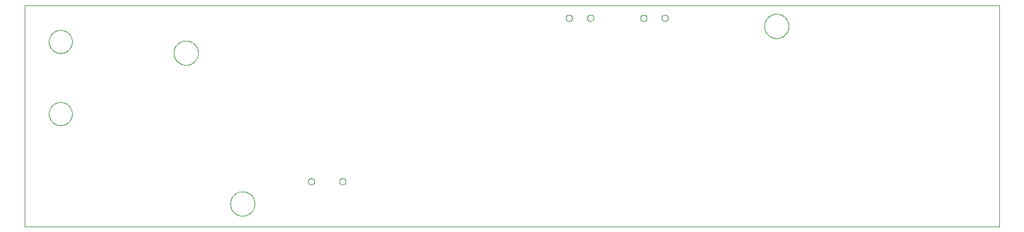
<source format=gko>
G75*
%MOIN*%
%OFA0B0*%
%FSLAX25Y25*%
%IPPOS*%
%LPD*%
%AMOC8*
5,1,8,0,0,1.08239X$1,22.5*
%
%ADD10C,0.00000*%
D10*
X0013400Y0004100D02*
X0013400Y0126551D01*
X0553321Y0126551D01*
X0553321Y0004100D01*
X0013400Y0004100D01*
X0127394Y0016745D02*
X0127396Y0016911D01*
X0127402Y0017076D01*
X0127412Y0017242D01*
X0127427Y0017407D01*
X0127445Y0017571D01*
X0127467Y0017735D01*
X0127493Y0017899D01*
X0127524Y0018062D01*
X0127558Y0018224D01*
X0127596Y0018385D01*
X0127639Y0018545D01*
X0127685Y0018704D01*
X0127735Y0018862D01*
X0127789Y0019019D01*
X0127846Y0019174D01*
X0127908Y0019328D01*
X0127973Y0019480D01*
X0128042Y0019631D01*
X0128115Y0019780D01*
X0128191Y0019927D01*
X0128271Y0020072D01*
X0128354Y0020215D01*
X0128441Y0020356D01*
X0128532Y0020495D01*
X0128625Y0020632D01*
X0128722Y0020766D01*
X0128823Y0020898D01*
X0128926Y0021027D01*
X0129033Y0021154D01*
X0129143Y0021278D01*
X0129255Y0021399D01*
X0129371Y0021518D01*
X0129490Y0021634D01*
X0129611Y0021746D01*
X0129735Y0021856D01*
X0129862Y0021963D01*
X0129991Y0022066D01*
X0130123Y0022167D01*
X0130257Y0022264D01*
X0130394Y0022357D01*
X0130533Y0022448D01*
X0130674Y0022535D01*
X0130817Y0022618D01*
X0130962Y0022698D01*
X0131109Y0022774D01*
X0131258Y0022847D01*
X0131409Y0022916D01*
X0131561Y0022981D01*
X0131715Y0023043D01*
X0131870Y0023100D01*
X0132027Y0023154D01*
X0132185Y0023204D01*
X0132344Y0023250D01*
X0132504Y0023293D01*
X0132665Y0023331D01*
X0132827Y0023365D01*
X0132990Y0023396D01*
X0133154Y0023422D01*
X0133318Y0023444D01*
X0133482Y0023462D01*
X0133647Y0023477D01*
X0133813Y0023487D01*
X0133978Y0023493D01*
X0134144Y0023495D01*
X0134310Y0023493D01*
X0134475Y0023487D01*
X0134641Y0023477D01*
X0134806Y0023462D01*
X0134970Y0023444D01*
X0135134Y0023422D01*
X0135298Y0023396D01*
X0135461Y0023365D01*
X0135623Y0023331D01*
X0135784Y0023293D01*
X0135944Y0023250D01*
X0136103Y0023204D01*
X0136261Y0023154D01*
X0136418Y0023100D01*
X0136573Y0023043D01*
X0136727Y0022981D01*
X0136879Y0022916D01*
X0137030Y0022847D01*
X0137179Y0022774D01*
X0137326Y0022698D01*
X0137471Y0022618D01*
X0137614Y0022535D01*
X0137755Y0022448D01*
X0137894Y0022357D01*
X0138031Y0022264D01*
X0138165Y0022167D01*
X0138297Y0022066D01*
X0138426Y0021963D01*
X0138553Y0021856D01*
X0138677Y0021746D01*
X0138798Y0021634D01*
X0138917Y0021518D01*
X0139033Y0021399D01*
X0139145Y0021278D01*
X0139255Y0021154D01*
X0139362Y0021027D01*
X0139465Y0020898D01*
X0139566Y0020766D01*
X0139663Y0020632D01*
X0139756Y0020495D01*
X0139847Y0020356D01*
X0139934Y0020215D01*
X0140017Y0020072D01*
X0140097Y0019927D01*
X0140173Y0019780D01*
X0140246Y0019631D01*
X0140315Y0019480D01*
X0140380Y0019328D01*
X0140442Y0019174D01*
X0140499Y0019019D01*
X0140553Y0018862D01*
X0140603Y0018704D01*
X0140649Y0018545D01*
X0140692Y0018385D01*
X0140730Y0018224D01*
X0140764Y0018062D01*
X0140795Y0017899D01*
X0140821Y0017735D01*
X0140843Y0017571D01*
X0140861Y0017407D01*
X0140876Y0017242D01*
X0140886Y0017076D01*
X0140892Y0016911D01*
X0140894Y0016745D01*
X0140892Y0016579D01*
X0140886Y0016414D01*
X0140876Y0016248D01*
X0140861Y0016083D01*
X0140843Y0015919D01*
X0140821Y0015755D01*
X0140795Y0015591D01*
X0140764Y0015428D01*
X0140730Y0015266D01*
X0140692Y0015105D01*
X0140649Y0014945D01*
X0140603Y0014786D01*
X0140553Y0014628D01*
X0140499Y0014471D01*
X0140442Y0014316D01*
X0140380Y0014162D01*
X0140315Y0014010D01*
X0140246Y0013859D01*
X0140173Y0013710D01*
X0140097Y0013563D01*
X0140017Y0013418D01*
X0139934Y0013275D01*
X0139847Y0013134D01*
X0139756Y0012995D01*
X0139663Y0012858D01*
X0139566Y0012724D01*
X0139465Y0012592D01*
X0139362Y0012463D01*
X0139255Y0012336D01*
X0139145Y0012212D01*
X0139033Y0012091D01*
X0138917Y0011972D01*
X0138798Y0011856D01*
X0138677Y0011744D01*
X0138553Y0011634D01*
X0138426Y0011527D01*
X0138297Y0011424D01*
X0138165Y0011323D01*
X0138031Y0011226D01*
X0137894Y0011133D01*
X0137755Y0011042D01*
X0137614Y0010955D01*
X0137471Y0010872D01*
X0137326Y0010792D01*
X0137179Y0010716D01*
X0137030Y0010643D01*
X0136879Y0010574D01*
X0136727Y0010509D01*
X0136573Y0010447D01*
X0136418Y0010390D01*
X0136261Y0010336D01*
X0136103Y0010286D01*
X0135944Y0010240D01*
X0135784Y0010197D01*
X0135623Y0010159D01*
X0135461Y0010125D01*
X0135298Y0010094D01*
X0135134Y0010068D01*
X0134970Y0010046D01*
X0134806Y0010028D01*
X0134641Y0010013D01*
X0134475Y0010003D01*
X0134310Y0009997D01*
X0134144Y0009995D01*
X0133978Y0009997D01*
X0133813Y0010003D01*
X0133647Y0010013D01*
X0133482Y0010028D01*
X0133318Y0010046D01*
X0133154Y0010068D01*
X0132990Y0010094D01*
X0132827Y0010125D01*
X0132665Y0010159D01*
X0132504Y0010197D01*
X0132344Y0010240D01*
X0132185Y0010286D01*
X0132027Y0010336D01*
X0131870Y0010390D01*
X0131715Y0010447D01*
X0131561Y0010509D01*
X0131409Y0010574D01*
X0131258Y0010643D01*
X0131109Y0010716D01*
X0130962Y0010792D01*
X0130817Y0010872D01*
X0130674Y0010955D01*
X0130533Y0011042D01*
X0130394Y0011133D01*
X0130257Y0011226D01*
X0130123Y0011323D01*
X0129991Y0011424D01*
X0129862Y0011527D01*
X0129735Y0011634D01*
X0129611Y0011744D01*
X0129490Y0011856D01*
X0129371Y0011972D01*
X0129255Y0012091D01*
X0129143Y0012212D01*
X0129033Y0012336D01*
X0128926Y0012463D01*
X0128823Y0012592D01*
X0128722Y0012724D01*
X0128625Y0012858D01*
X0128532Y0012995D01*
X0128441Y0013134D01*
X0128354Y0013275D01*
X0128271Y0013418D01*
X0128191Y0013563D01*
X0128115Y0013710D01*
X0128042Y0013859D01*
X0127973Y0014010D01*
X0127908Y0014162D01*
X0127846Y0014316D01*
X0127789Y0014471D01*
X0127735Y0014628D01*
X0127685Y0014786D01*
X0127639Y0014945D01*
X0127596Y0015105D01*
X0127558Y0015266D01*
X0127524Y0015428D01*
X0127493Y0015591D01*
X0127467Y0015755D01*
X0127445Y0015919D01*
X0127427Y0016083D01*
X0127412Y0016248D01*
X0127402Y0016414D01*
X0127396Y0016579D01*
X0127394Y0016745D01*
X0170467Y0029100D02*
X0170469Y0029184D01*
X0170475Y0029267D01*
X0170485Y0029350D01*
X0170499Y0029433D01*
X0170516Y0029515D01*
X0170538Y0029596D01*
X0170563Y0029675D01*
X0170592Y0029754D01*
X0170625Y0029831D01*
X0170661Y0029906D01*
X0170701Y0029980D01*
X0170744Y0030052D01*
X0170791Y0030121D01*
X0170841Y0030188D01*
X0170894Y0030253D01*
X0170950Y0030315D01*
X0171008Y0030375D01*
X0171070Y0030432D01*
X0171134Y0030485D01*
X0171201Y0030536D01*
X0171270Y0030583D01*
X0171341Y0030628D01*
X0171414Y0030668D01*
X0171489Y0030705D01*
X0171566Y0030739D01*
X0171644Y0030769D01*
X0171723Y0030795D01*
X0171804Y0030818D01*
X0171886Y0030836D01*
X0171968Y0030851D01*
X0172051Y0030862D01*
X0172134Y0030869D01*
X0172218Y0030872D01*
X0172302Y0030871D01*
X0172385Y0030866D01*
X0172469Y0030857D01*
X0172551Y0030844D01*
X0172633Y0030828D01*
X0172714Y0030807D01*
X0172795Y0030783D01*
X0172873Y0030755D01*
X0172951Y0030723D01*
X0173027Y0030687D01*
X0173101Y0030648D01*
X0173173Y0030606D01*
X0173243Y0030560D01*
X0173311Y0030511D01*
X0173376Y0030459D01*
X0173439Y0030404D01*
X0173499Y0030346D01*
X0173557Y0030285D01*
X0173611Y0030221D01*
X0173663Y0030155D01*
X0173711Y0030087D01*
X0173756Y0030016D01*
X0173797Y0029943D01*
X0173836Y0029869D01*
X0173870Y0029793D01*
X0173901Y0029715D01*
X0173928Y0029636D01*
X0173952Y0029555D01*
X0173971Y0029474D01*
X0173987Y0029392D01*
X0173999Y0029309D01*
X0174007Y0029225D01*
X0174011Y0029142D01*
X0174011Y0029058D01*
X0174007Y0028975D01*
X0173999Y0028891D01*
X0173987Y0028808D01*
X0173971Y0028726D01*
X0173952Y0028645D01*
X0173928Y0028564D01*
X0173901Y0028485D01*
X0173870Y0028407D01*
X0173836Y0028331D01*
X0173797Y0028257D01*
X0173756Y0028184D01*
X0173711Y0028113D01*
X0173663Y0028045D01*
X0173611Y0027979D01*
X0173557Y0027915D01*
X0173499Y0027854D01*
X0173439Y0027796D01*
X0173376Y0027741D01*
X0173311Y0027689D01*
X0173243Y0027640D01*
X0173173Y0027594D01*
X0173101Y0027552D01*
X0173027Y0027513D01*
X0172951Y0027477D01*
X0172873Y0027445D01*
X0172795Y0027417D01*
X0172714Y0027393D01*
X0172633Y0027372D01*
X0172551Y0027356D01*
X0172469Y0027343D01*
X0172385Y0027334D01*
X0172302Y0027329D01*
X0172218Y0027328D01*
X0172134Y0027331D01*
X0172051Y0027338D01*
X0171968Y0027349D01*
X0171886Y0027364D01*
X0171804Y0027382D01*
X0171723Y0027405D01*
X0171644Y0027431D01*
X0171566Y0027461D01*
X0171489Y0027495D01*
X0171414Y0027532D01*
X0171341Y0027572D01*
X0171270Y0027617D01*
X0171201Y0027664D01*
X0171134Y0027715D01*
X0171070Y0027768D01*
X0171008Y0027825D01*
X0170950Y0027885D01*
X0170894Y0027947D01*
X0170841Y0028012D01*
X0170791Y0028079D01*
X0170744Y0028148D01*
X0170701Y0028220D01*
X0170661Y0028294D01*
X0170625Y0028369D01*
X0170592Y0028446D01*
X0170563Y0028525D01*
X0170538Y0028604D01*
X0170516Y0028685D01*
X0170499Y0028767D01*
X0170485Y0028850D01*
X0170475Y0028933D01*
X0170469Y0029016D01*
X0170467Y0029100D01*
X0187789Y0029100D02*
X0187791Y0029184D01*
X0187797Y0029267D01*
X0187807Y0029350D01*
X0187821Y0029433D01*
X0187838Y0029515D01*
X0187860Y0029596D01*
X0187885Y0029675D01*
X0187914Y0029754D01*
X0187947Y0029831D01*
X0187983Y0029906D01*
X0188023Y0029980D01*
X0188066Y0030052D01*
X0188113Y0030121D01*
X0188163Y0030188D01*
X0188216Y0030253D01*
X0188272Y0030315D01*
X0188330Y0030375D01*
X0188392Y0030432D01*
X0188456Y0030485D01*
X0188523Y0030536D01*
X0188592Y0030583D01*
X0188663Y0030628D01*
X0188736Y0030668D01*
X0188811Y0030705D01*
X0188888Y0030739D01*
X0188966Y0030769D01*
X0189045Y0030795D01*
X0189126Y0030818D01*
X0189208Y0030836D01*
X0189290Y0030851D01*
X0189373Y0030862D01*
X0189456Y0030869D01*
X0189540Y0030872D01*
X0189624Y0030871D01*
X0189707Y0030866D01*
X0189791Y0030857D01*
X0189873Y0030844D01*
X0189955Y0030828D01*
X0190036Y0030807D01*
X0190117Y0030783D01*
X0190195Y0030755D01*
X0190273Y0030723D01*
X0190349Y0030687D01*
X0190423Y0030648D01*
X0190495Y0030606D01*
X0190565Y0030560D01*
X0190633Y0030511D01*
X0190698Y0030459D01*
X0190761Y0030404D01*
X0190821Y0030346D01*
X0190879Y0030285D01*
X0190933Y0030221D01*
X0190985Y0030155D01*
X0191033Y0030087D01*
X0191078Y0030016D01*
X0191119Y0029943D01*
X0191158Y0029869D01*
X0191192Y0029793D01*
X0191223Y0029715D01*
X0191250Y0029636D01*
X0191274Y0029555D01*
X0191293Y0029474D01*
X0191309Y0029392D01*
X0191321Y0029309D01*
X0191329Y0029225D01*
X0191333Y0029142D01*
X0191333Y0029058D01*
X0191329Y0028975D01*
X0191321Y0028891D01*
X0191309Y0028808D01*
X0191293Y0028726D01*
X0191274Y0028645D01*
X0191250Y0028564D01*
X0191223Y0028485D01*
X0191192Y0028407D01*
X0191158Y0028331D01*
X0191119Y0028257D01*
X0191078Y0028184D01*
X0191033Y0028113D01*
X0190985Y0028045D01*
X0190933Y0027979D01*
X0190879Y0027915D01*
X0190821Y0027854D01*
X0190761Y0027796D01*
X0190698Y0027741D01*
X0190633Y0027689D01*
X0190565Y0027640D01*
X0190495Y0027594D01*
X0190423Y0027552D01*
X0190349Y0027513D01*
X0190273Y0027477D01*
X0190195Y0027445D01*
X0190117Y0027417D01*
X0190036Y0027393D01*
X0189955Y0027372D01*
X0189873Y0027356D01*
X0189791Y0027343D01*
X0189707Y0027334D01*
X0189624Y0027329D01*
X0189540Y0027328D01*
X0189456Y0027331D01*
X0189373Y0027338D01*
X0189290Y0027349D01*
X0189208Y0027364D01*
X0189126Y0027382D01*
X0189045Y0027405D01*
X0188966Y0027431D01*
X0188888Y0027461D01*
X0188811Y0027495D01*
X0188736Y0027532D01*
X0188663Y0027572D01*
X0188592Y0027617D01*
X0188523Y0027664D01*
X0188456Y0027715D01*
X0188392Y0027768D01*
X0188330Y0027825D01*
X0188272Y0027885D01*
X0188216Y0027947D01*
X0188163Y0028012D01*
X0188113Y0028079D01*
X0188066Y0028148D01*
X0188023Y0028220D01*
X0187983Y0028294D01*
X0187947Y0028369D01*
X0187914Y0028446D01*
X0187885Y0028525D01*
X0187860Y0028604D01*
X0187838Y0028685D01*
X0187821Y0028767D01*
X0187807Y0028850D01*
X0187797Y0028933D01*
X0187791Y0029016D01*
X0187789Y0029100D01*
X0027000Y0066600D02*
X0027002Y0066760D01*
X0027008Y0066919D01*
X0027018Y0067078D01*
X0027032Y0067237D01*
X0027050Y0067396D01*
X0027071Y0067554D01*
X0027097Y0067711D01*
X0027127Y0067868D01*
X0027160Y0068024D01*
X0027198Y0068179D01*
X0027239Y0068333D01*
X0027284Y0068486D01*
X0027333Y0068638D01*
X0027386Y0068789D01*
X0027442Y0068938D01*
X0027503Y0069086D01*
X0027566Y0069232D01*
X0027634Y0069377D01*
X0027705Y0069520D01*
X0027779Y0069661D01*
X0027857Y0069800D01*
X0027939Y0069937D01*
X0028024Y0070072D01*
X0028112Y0070205D01*
X0028204Y0070336D01*
X0028298Y0070464D01*
X0028396Y0070590D01*
X0028497Y0070714D01*
X0028601Y0070835D01*
X0028708Y0070953D01*
X0028818Y0071069D01*
X0028931Y0071182D01*
X0029047Y0071292D01*
X0029165Y0071399D01*
X0029286Y0071503D01*
X0029410Y0071604D01*
X0029536Y0071702D01*
X0029664Y0071796D01*
X0029795Y0071888D01*
X0029928Y0071976D01*
X0030063Y0072061D01*
X0030200Y0072143D01*
X0030339Y0072221D01*
X0030480Y0072295D01*
X0030623Y0072366D01*
X0030768Y0072434D01*
X0030914Y0072497D01*
X0031062Y0072558D01*
X0031211Y0072614D01*
X0031362Y0072667D01*
X0031514Y0072716D01*
X0031667Y0072761D01*
X0031821Y0072802D01*
X0031976Y0072840D01*
X0032132Y0072873D01*
X0032289Y0072903D01*
X0032446Y0072929D01*
X0032604Y0072950D01*
X0032763Y0072968D01*
X0032922Y0072982D01*
X0033081Y0072992D01*
X0033240Y0072998D01*
X0033400Y0073000D01*
X0033560Y0072998D01*
X0033719Y0072992D01*
X0033878Y0072982D01*
X0034037Y0072968D01*
X0034196Y0072950D01*
X0034354Y0072929D01*
X0034511Y0072903D01*
X0034668Y0072873D01*
X0034824Y0072840D01*
X0034979Y0072802D01*
X0035133Y0072761D01*
X0035286Y0072716D01*
X0035438Y0072667D01*
X0035589Y0072614D01*
X0035738Y0072558D01*
X0035886Y0072497D01*
X0036032Y0072434D01*
X0036177Y0072366D01*
X0036320Y0072295D01*
X0036461Y0072221D01*
X0036600Y0072143D01*
X0036737Y0072061D01*
X0036872Y0071976D01*
X0037005Y0071888D01*
X0037136Y0071796D01*
X0037264Y0071702D01*
X0037390Y0071604D01*
X0037514Y0071503D01*
X0037635Y0071399D01*
X0037753Y0071292D01*
X0037869Y0071182D01*
X0037982Y0071069D01*
X0038092Y0070953D01*
X0038199Y0070835D01*
X0038303Y0070714D01*
X0038404Y0070590D01*
X0038502Y0070464D01*
X0038596Y0070336D01*
X0038688Y0070205D01*
X0038776Y0070072D01*
X0038861Y0069937D01*
X0038943Y0069800D01*
X0039021Y0069661D01*
X0039095Y0069520D01*
X0039166Y0069377D01*
X0039234Y0069232D01*
X0039297Y0069086D01*
X0039358Y0068938D01*
X0039414Y0068789D01*
X0039467Y0068638D01*
X0039516Y0068486D01*
X0039561Y0068333D01*
X0039602Y0068179D01*
X0039640Y0068024D01*
X0039673Y0067868D01*
X0039703Y0067711D01*
X0039729Y0067554D01*
X0039750Y0067396D01*
X0039768Y0067237D01*
X0039782Y0067078D01*
X0039792Y0066919D01*
X0039798Y0066760D01*
X0039800Y0066600D01*
X0039798Y0066440D01*
X0039792Y0066281D01*
X0039782Y0066122D01*
X0039768Y0065963D01*
X0039750Y0065804D01*
X0039729Y0065646D01*
X0039703Y0065489D01*
X0039673Y0065332D01*
X0039640Y0065176D01*
X0039602Y0065021D01*
X0039561Y0064867D01*
X0039516Y0064714D01*
X0039467Y0064562D01*
X0039414Y0064411D01*
X0039358Y0064262D01*
X0039297Y0064114D01*
X0039234Y0063968D01*
X0039166Y0063823D01*
X0039095Y0063680D01*
X0039021Y0063539D01*
X0038943Y0063400D01*
X0038861Y0063263D01*
X0038776Y0063128D01*
X0038688Y0062995D01*
X0038596Y0062864D01*
X0038502Y0062736D01*
X0038404Y0062610D01*
X0038303Y0062486D01*
X0038199Y0062365D01*
X0038092Y0062247D01*
X0037982Y0062131D01*
X0037869Y0062018D01*
X0037753Y0061908D01*
X0037635Y0061801D01*
X0037514Y0061697D01*
X0037390Y0061596D01*
X0037264Y0061498D01*
X0037136Y0061404D01*
X0037005Y0061312D01*
X0036872Y0061224D01*
X0036737Y0061139D01*
X0036600Y0061057D01*
X0036461Y0060979D01*
X0036320Y0060905D01*
X0036177Y0060834D01*
X0036032Y0060766D01*
X0035886Y0060703D01*
X0035738Y0060642D01*
X0035589Y0060586D01*
X0035438Y0060533D01*
X0035286Y0060484D01*
X0035133Y0060439D01*
X0034979Y0060398D01*
X0034824Y0060360D01*
X0034668Y0060327D01*
X0034511Y0060297D01*
X0034354Y0060271D01*
X0034196Y0060250D01*
X0034037Y0060232D01*
X0033878Y0060218D01*
X0033719Y0060208D01*
X0033560Y0060202D01*
X0033400Y0060200D01*
X0033240Y0060202D01*
X0033081Y0060208D01*
X0032922Y0060218D01*
X0032763Y0060232D01*
X0032604Y0060250D01*
X0032446Y0060271D01*
X0032289Y0060297D01*
X0032132Y0060327D01*
X0031976Y0060360D01*
X0031821Y0060398D01*
X0031667Y0060439D01*
X0031514Y0060484D01*
X0031362Y0060533D01*
X0031211Y0060586D01*
X0031062Y0060642D01*
X0030914Y0060703D01*
X0030768Y0060766D01*
X0030623Y0060834D01*
X0030480Y0060905D01*
X0030339Y0060979D01*
X0030200Y0061057D01*
X0030063Y0061139D01*
X0029928Y0061224D01*
X0029795Y0061312D01*
X0029664Y0061404D01*
X0029536Y0061498D01*
X0029410Y0061596D01*
X0029286Y0061697D01*
X0029165Y0061801D01*
X0029047Y0061908D01*
X0028931Y0062018D01*
X0028818Y0062131D01*
X0028708Y0062247D01*
X0028601Y0062365D01*
X0028497Y0062486D01*
X0028396Y0062610D01*
X0028298Y0062736D01*
X0028204Y0062864D01*
X0028112Y0062995D01*
X0028024Y0063128D01*
X0027939Y0063263D01*
X0027857Y0063400D01*
X0027779Y0063539D01*
X0027705Y0063680D01*
X0027634Y0063823D01*
X0027566Y0063968D01*
X0027503Y0064114D01*
X0027442Y0064262D01*
X0027386Y0064411D01*
X0027333Y0064562D01*
X0027284Y0064714D01*
X0027239Y0064867D01*
X0027198Y0065021D01*
X0027160Y0065176D01*
X0027127Y0065332D01*
X0027097Y0065489D01*
X0027071Y0065646D01*
X0027050Y0065804D01*
X0027032Y0065963D01*
X0027018Y0066122D01*
X0027008Y0066281D01*
X0027002Y0066440D01*
X0027000Y0066600D01*
X0096069Y0100415D02*
X0096071Y0100581D01*
X0096077Y0100746D01*
X0096087Y0100912D01*
X0096102Y0101077D01*
X0096120Y0101241D01*
X0096142Y0101405D01*
X0096168Y0101569D01*
X0096199Y0101732D01*
X0096233Y0101894D01*
X0096271Y0102055D01*
X0096314Y0102215D01*
X0096360Y0102374D01*
X0096410Y0102532D01*
X0096464Y0102689D01*
X0096521Y0102844D01*
X0096583Y0102998D01*
X0096648Y0103150D01*
X0096717Y0103301D01*
X0096790Y0103450D01*
X0096866Y0103597D01*
X0096946Y0103742D01*
X0097029Y0103885D01*
X0097116Y0104026D01*
X0097207Y0104165D01*
X0097300Y0104302D01*
X0097397Y0104436D01*
X0097498Y0104568D01*
X0097601Y0104697D01*
X0097708Y0104824D01*
X0097818Y0104948D01*
X0097930Y0105069D01*
X0098046Y0105188D01*
X0098165Y0105304D01*
X0098286Y0105416D01*
X0098410Y0105526D01*
X0098537Y0105633D01*
X0098666Y0105736D01*
X0098798Y0105837D01*
X0098932Y0105934D01*
X0099069Y0106027D01*
X0099208Y0106118D01*
X0099349Y0106205D01*
X0099492Y0106288D01*
X0099637Y0106368D01*
X0099784Y0106444D01*
X0099933Y0106517D01*
X0100084Y0106586D01*
X0100236Y0106651D01*
X0100390Y0106713D01*
X0100545Y0106770D01*
X0100702Y0106824D01*
X0100860Y0106874D01*
X0101019Y0106920D01*
X0101179Y0106963D01*
X0101340Y0107001D01*
X0101502Y0107035D01*
X0101665Y0107066D01*
X0101829Y0107092D01*
X0101993Y0107114D01*
X0102157Y0107132D01*
X0102322Y0107147D01*
X0102488Y0107157D01*
X0102653Y0107163D01*
X0102819Y0107165D01*
X0102985Y0107163D01*
X0103150Y0107157D01*
X0103316Y0107147D01*
X0103481Y0107132D01*
X0103645Y0107114D01*
X0103809Y0107092D01*
X0103973Y0107066D01*
X0104136Y0107035D01*
X0104298Y0107001D01*
X0104459Y0106963D01*
X0104619Y0106920D01*
X0104778Y0106874D01*
X0104936Y0106824D01*
X0105093Y0106770D01*
X0105248Y0106713D01*
X0105402Y0106651D01*
X0105554Y0106586D01*
X0105705Y0106517D01*
X0105854Y0106444D01*
X0106001Y0106368D01*
X0106146Y0106288D01*
X0106289Y0106205D01*
X0106430Y0106118D01*
X0106569Y0106027D01*
X0106706Y0105934D01*
X0106840Y0105837D01*
X0106972Y0105736D01*
X0107101Y0105633D01*
X0107228Y0105526D01*
X0107352Y0105416D01*
X0107473Y0105304D01*
X0107592Y0105188D01*
X0107708Y0105069D01*
X0107820Y0104948D01*
X0107930Y0104824D01*
X0108037Y0104697D01*
X0108140Y0104568D01*
X0108241Y0104436D01*
X0108338Y0104302D01*
X0108431Y0104165D01*
X0108522Y0104026D01*
X0108609Y0103885D01*
X0108692Y0103742D01*
X0108772Y0103597D01*
X0108848Y0103450D01*
X0108921Y0103301D01*
X0108990Y0103150D01*
X0109055Y0102998D01*
X0109117Y0102844D01*
X0109174Y0102689D01*
X0109228Y0102532D01*
X0109278Y0102374D01*
X0109324Y0102215D01*
X0109367Y0102055D01*
X0109405Y0101894D01*
X0109439Y0101732D01*
X0109470Y0101569D01*
X0109496Y0101405D01*
X0109518Y0101241D01*
X0109536Y0101077D01*
X0109551Y0100912D01*
X0109561Y0100746D01*
X0109567Y0100581D01*
X0109569Y0100415D01*
X0109567Y0100249D01*
X0109561Y0100084D01*
X0109551Y0099918D01*
X0109536Y0099753D01*
X0109518Y0099589D01*
X0109496Y0099425D01*
X0109470Y0099261D01*
X0109439Y0099098D01*
X0109405Y0098936D01*
X0109367Y0098775D01*
X0109324Y0098615D01*
X0109278Y0098456D01*
X0109228Y0098298D01*
X0109174Y0098141D01*
X0109117Y0097986D01*
X0109055Y0097832D01*
X0108990Y0097680D01*
X0108921Y0097529D01*
X0108848Y0097380D01*
X0108772Y0097233D01*
X0108692Y0097088D01*
X0108609Y0096945D01*
X0108522Y0096804D01*
X0108431Y0096665D01*
X0108338Y0096528D01*
X0108241Y0096394D01*
X0108140Y0096262D01*
X0108037Y0096133D01*
X0107930Y0096006D01*
X0107820Y0095882D01*
X0107708Y0095761D01*
X0107592Y0095642D01*
X0107473Y0095526D01*
X0107352Y0095414D01*
X0107228Y0095304D01*
X0107101Y0095197D01*
X0106972Y0095094D01*
X0106840Y0094993D01*
X0106706Y0094896D01*
X0106569Y0094803D01*
X0106430Y0094712D01*
X0106289Y0094625D01*
X0106146Y0094542D01*
X0106001Y0094462D01*
X0105854Y0094386D01*
X0105705Y0094313D01*
X0105554Y0094244D01*
X0105402Y0094179D01*
X0105248Y0094117D01*
X0105093Y0094060D01*
X0104936Y0094006D01*
X0104778Y0093956D01*
X0104619Y0093910D01*
X0104459Y0093867D01*
X0104298Y0093829D01*
X0104136Y0093795D01*
X0103973Y0093764D01*
X0103809Y0093738D01*
X0103645Y0093716D01*
X0103481Y0093698D01*
X0103316Y0093683D01*
X0103150Y0093673D01*
X0102985Y0093667D01*
X0102819Y0093665D01*
X0102653Y0093667D01*
X0102488Y0093673D01*
X0102322Y0093683D01*
X0102157Y0093698D01*
X0101993Y0093716D01*
X0101829Y0093738D01*
X0101665Y0093764D01*
X0101502Y0093795D01*
X0101340Y0093829D01*
X0101179Y0093867D01*
X0101019Y0093910D01*
X0100860Y0093956D01*
X0100702Y0094006D01*
X0100545Y0094060D01*
X0100390Y0094117D01*
X0100236Y0094179D01*
X0100084Y0094244D01*
X0099933Y0094313D01*
X0099784Y0094386D01*
X0099637Y0094462D01*
X0099492Y0094542D01*
X0099349Y0094625D01*
X0099208Y0094712D01*
X0099069Y0094803D01*
X0098932Y0094896D01*
X0098798Y0094993D01*
X0098666Y0095094D01*
X0098537Y0095197D01*
X0098410Y0095304D01*
X0098286Y0095414D01*
X0098165Y0095526D01*
X0098046Y0095642D01*
X0097930Y0095761D01*
X0097818Y0095882D01*
X0097708Y0096006D01*
X0097601Y0096133D01*
X0097498Y0096262D01*
X0097397Y0096394D01*
X0097300Y0096528D01*
X0097207Y0096665D01*
X0097116Y0096804D01*
X0097029Y0096945D01*
X0096946Y0097088D01*
X0096866Y0097233D01*
X0096790Y0097380D01*
X0096717Y0097529D01*
X0096648Y0097680D01*
X0096583Y0097832D01*
X0096521Y0097986D01*
X0096464Y0098141D01*
X0096410Y0098298D01*
X0096360Y0098456D01*
X0096314Y0098615D01*
X0096271Y0098775D01*
X0096233Y0098936D01*
X0096199Y0099098D01*
X0096168Y0099261D01*
X0096142Y0099425D01*
X0096120Y0099589D01*
X0096102Y0099753D01*
X0096087Y0099918D01*
X0096077Y0100084D01*
X0096071Y0100249D01*
X0096069Y0100415D01*
X0027000Y0106600D02*
X0027002Y0106760D01*
X0027008Y0106919D01*
X0027018Y0107078D01*
X0027032Y0107237D01*
X0027050Y0107396D01*
X0027071Y0107554D01*
X0027097Y0107711D01*
X0027127Y0107868D01*
X0027160Y0108024D01*
X0027198Y0108179D01*
X0027239Y0108333D01*
X0027284Y0108486D01*
X0027333Y0108638D01*
X0027386Y0108789D01*
X0027442Y0108938D01*
X0027503Y0109086D01*
X0027566Y0109232D01*
X0027634Y0109377D01*
X0027705Y0109520D01*
X0027779Y0109661D01*
X0027857Y0109800D01*
X0027939Y0109937D01*
X0028024Y0110072D01*
X0028112Y0110205D01*
X0028204Y0110336D01*
X0028298Y0110464D01*
X0028396Y0110590D01*
X0028497Y0110714D01*
X0028601Y0110835D01*
X0028708Y0110953D01*
X0028818Y0111069D01*
X0028931Y0111182D01*
X0029047Y0111292D01*
X0029165Y0111399D01*
X0029286Y0111503D01*
X0029410Y0111604D01*
X0029536Y0111702D01*
X0029664Y0111796D01*
X0029795Y0111888D01*
X0029928Y0111976D01*
X0030063Y0112061D01*
X0030200Y0112143D01*
X0030339Y0112221D01*
X0030480Y0112295D01*
X0030623Y0112366D01*
X0030768Y0112434D01*
X0030914Y0112497D01*
X0031062Y0112558D01*
X0031211Y0112614D01*
X0031362Y0112667D01*
X0031514Y0112716D01*
X0031667Y0112761D01*
X0031821Y0112802D01*
X0031976Y0112840D01*
X0032132Y0112873D01*
X0032289Y0112903D01*
X0032446Y0112929D01*
X0032604Y0112950D01*
X0032763Y0112968D01*
X0032922Y0112982D01*
X0033081Y0112992D01*
X0033240Y0112998D01*
X0033400Y0113000D01*
X0033560Y0112998D01*
X0033719Y0112992D01*
X0033878Y0112982D01*
X0034037Y0112968D01*
X0034196Y0112950D01*
X0034354Y0112929D01*
X0034511Y0112903D01*
X0034668Y0112873D01*
X0034824Y0112840D01*
X0034979Y0112802D01*
X0035133Y0112761D01*
X0035286Y0112716D01*
X0035438Y0112667D01*
X0035589Y0112614D01*
X0035738Y0112558D01*
X0035886Y0112497D01*
X0036032Y0112434D01*
X0036177Y0112366D01*
X0036320Y0112295D01*
X0036461Y0112221D01*
X0036600Y0112143D01*
X0036737Y0112061D01*
X0036872Y0111976D01*
X0037005Y0111888D01*
X0037136Y0111796D01*
X0037264Y0111702D01*
X0037390Y0111604D01*
X0037514Y0111503D01*
X0037635Y0111399D01*
X0037753Y0111292D01*
X0037869Y0111182D01*
X0037982Y0111069D01*
X0038092Y0110953D01*
X0038199Y0110835D01*
X0038303Y0110714D01*
X0038404Y0110590D01*
X0038502Y0110464D01*
X0038596Y0110336D01*
X0038688Y0110205D01*
X0038776Y0110072D01*
X0038861Y0109937D01*
X0038943Y0109800D01*
X0039021Y0109661D01*
X0039095Y0109520D01*
X0039166Y0109377D01*
X0039234Y0109232D01*
X0039297Y0109086D01*
X0039358Y0108938D01*
X0039414Y0108789D01*
X0039467Y0108638D01*
X0039516Y0108486D01*
X0039561Y0108333D01*
X0039602Y0108179D01*
X0039640Y0108024D01*
X0039673Y0107868D01*
X0039703Y0107711D01*
X0039729Y0107554D01*
X0039750Y0107396D01*
X0039768Y0107237D01*
X0039782Y0107078D01*
X0039792Y0106919D01*
X0039798Y0106760D01*
X0039800Y0106600D01*
X0039798Y0106440D01*
X0039792Y0106281D01*
X0039782Y0106122D01*
X0039768Y0105963D01*
X0039750Y0105804D01*
X0039729Y0105646D01*
X0039703Y0105489D01*
X0039673Y0105332D01*
X0039640Y0105176D01*
X0039602Y0105021D01*
X0039561Y0104867D01*
X0039516Y0104714D01*
X0039467Y0104562D01*
X0039414Y0104411D01*
X0039358Y0104262D01*
X0039297Y0104114D01*
X0039234Y0103968D01*
X0039166Y0103823D01*
X0039095Y0103680D01*
X0039021Y0103539D01*
X0038943Y0103400D01*
X0038861Y0103263D01*
X0038776Y0103128D01*
X0038688Y0102995D01*
X0038596Y0102864D01*
X0038502Y0102736D01*
X0038404Y0102610D01*
X0038303Y0102486D01*
X0038199Y0102365D01*
X0038092Y0102247D01*
X0037982Y0102131D01*
X0037869Y0102018D01*
X0037753Y0101908D01*
X0037635Y0101801D01*
X0037514Y0101697D01*
X0037390Y0101596D01*
X0037264Y0101498D01*
X0037136Y0101404D01*
X0037005Y0101312D01*
X0036872Y0101224D01*
X0036737Y0101139D01*
X0036600Y0101057D01*
X0036461Y0100979D01*
X0036320Y0100905D01*
X0036177Y0100834D01*
X0036032Y0100766D01*
X0035886Y0100703D01*
X0035738Y0100642D01*
X0035589Y0100586D01*
X0035438Y0100533D01*
X0035286Y0100484D01*
X0035133Y0100439D01*
X0034979Y0100398D01*
X0034824Y0100360D01*
X0034668Y0100327D01*
X0034511Y0100297D01*
X0034354Y0100271D01*
X0034196Y0100250D01*
X0034037Y0100232D01*
X0033878Y0100218D01*
X0033719Y0100208D01*
X0033560Y0100202D01*
X0033400Y0100200D01*
X0033240Y0100202D01*
X0033081Y0100208D01*
X0032922Y0100218D01*
X0032763Y0100232D01*
X0032604Y0100250D01*
X0032446Y0100271D01*
X0032289Y0100297D01*
X0032132Y0100327D01*
X0031976Y0100360D01*
X0031821Y0100398D01*
X0031667Y0100439D01*
X0031514Y0100484D01*
X0031362Y0100533D01*
X0031211Y0100586D01*
X0031062Y0100642D01*
X0030914Y0100703D01*
X0030768Y0100766D01*
X0030623Y0100834D01*
X0030480Y0100905D01*
X0030339Y0100979D01*
X0030200Y0101057D01*
X0030063Y0101139D01*
X0029928Y0101224D01*
X0029795Y0101312D01*
X0029664Y0101404D01*
X0029536Y0101498D01*
X0029410Y0101596D01*
X0029286Y0101697D01*
X0029165Y0101801D01*
X0029047Y0101908D01*
X0028931Y0102018D01*
X0028818Y0102131D01*
X0028708Y0102247D01*
X0028601Y0102365D01*
X0028497Y0102486D01*
X0028396Y0102610D01*
X0028298Y0102736D01*
X0028204Y0102864D01*
X0028112Y0102995D01*
X0028024Y0103128D01*
X0027939Y0103263D01*
X0027857Y0103400D01*
X0027779Y0103539D01*
X0027705Y0103680D01*
X0027634Y0103823D01*
X0027566Y0103968D01*
X0027503Y0104114D01*
X0027442Y0104262D01*
X0027386Y0104411D01*
X0027333Y0104562D01*
X0027284Y0104714D01*
X0027239Y0104867D01*
X0027198Y0105021D01*
X0027160Y0105176D01*
X0027127Y0105332D01*
X0027097Y0105489D01*
X0027071Y0105646D01*
X0027050Y0105804D01*
X0027032Y0105963D01*
X0027018Y0106122D01*
X0027008Y0106281D01*
X0027002Y0106440D01*
X0027000Y0106600D01*
X0313222Y0119725D02*
X0313224Y0119809D01*
X0313230Y0119892D01*
X0313240Y0119975D01*
X0313254Y0120058D01*
X0313271Y0120140D01*
X0313293Y0120221D01*
X0313318Y0120300D01*
X0313347Y0120379D01*
X0313380Y0120456D01*
X0313416Y0120531D01*
X0313456Y0120605D01*
X0313499Y0120677D01*
X0313546Y0120746D01*
X0313596Y0120813D01*
X0313649Y0120878D01*
X0313705Y0120940D01*
X0313763Y0121000D01*
X0313825Y0121057D01*
X0313889Y0121110D01*
X0313956Y0121161D01*
X0314025Y0121208D01*
X0314096Y0121253D01*
X0314169Y0121293D01*
X0314244Y0121330D01*
X0314321Y0121364D01*
X0314399Y0121394D01*
X0314478Y0121420D01*
X0314559Y0121443D01*
X0314641Y0121461D01*
X0314723Y0121476D01*
X0314806Y0121487D01*
X0314889Y0121494D01*
X0314973Y0121497D01*
X0315057Y0121496D01*
X0315140Y0121491D01*
X0315224Y0121482D01*
X0315306Y0121469D01*
X0315388Y0121453D01*
X0315469Y0121432D01*
X0315550Y0121408D01*
X0315628Y0121380D01*
X0315706Y0121348D01*
X0315782Y0121312D01*
X0315856Y0121273D01*
X0315928Y0121231D01*
X0315998Y0121185D01*
X0316066Y0121136D01*
X0316131Y0121084D01*
X0316194Y0121029D01*
X0316254Y0120971D01*
X0316312Y0120910D01*
X0316366Y0120846D01*
X0316418Y0120780D01*
X0316466Y0120712D01*
X0316511Y0120641D01*
X0316552Y0120568D01*
X0316591Y0120494D01*
X0316625Y0120418D01*
X0316656Y0120340D01*
X0316683Y0120261D01*
X0316707Y0120180D01*
X0316726Y0120099D01*
X0316742Y0120017D01*
X0316754Y0119934D01*
X0316762Y0119850D01*
X0316766Y0119767D01*
X0316766Y0119683D01*
X0316762Y0119600D01*
X0316754Y0119516D01*
X0316742Y0119433D01*
X0316726Y0119351D01*
X0316707Y0119270D01*
X0316683Y0119189D01*
X0316656Y0119110D01*
X0316625Y0119032D01*
X0316591Y0118956D01*
X0316552Y0118882D01*
X0316511Y0118809D01*
X0316466Y0118738D01*
X0316418Y0118670D01*
X0316366Y0118604D01*
X0316312Y0118540D01*
X0316254Y0118479D01*
X0316194Y0118421D01*
X0316131Y0118366D01*
X0316066Y0118314D01*
X0315998Y0118265D01*
X0315928Y0118219D01*
X0315856Y0118177D01*
X0315782Y0118138D01*
X0315706Y0118102D01*
X0315628Y0118070D01*
X0315550Y0118042D01*
X0315469Y0118018D01*
X0315388Y0117997D01*
X0315306Y0117981D01*
X0315224Y0117968D01*
X0315140Y0117959D01*
X0315057Y0117954D01*
X0314973Y0117953D01*
X0314889Y0117956D01*
X0314806Y0117963D01*
X0314723Y0117974D01*
X0314641Y0117989D01*
X0314559Y0118007D01*
X0314478Y0118030D01*
X0314399Y0118056D01*
X0314321Y0118086D01*
X0314244Y0118120D01*
X0314169Y0118157D01*
X0314096Y0118197D01*
X0314025Y0118242D01*
X0313956Y0118289D01*
X0313889Y0118340D01*
X0313825Y0118393D01*
X0313763Y0118450D01*
X0313705Y0118510D01*
X0313649Y0118572D01*
X0313596Y0118637D01*
X0313546Y0118704D01*
X0313499Y0118773D01*
X0313456Y0118845D01*
X0313416Y0118919D01*
X0313380Y0118994D01*
X0313347Y0119071D01*
X0313318Y0119150D01*
X0313293Y0119229D01*
X0313271Y0119310D01*
X0313254Y0119392D01*
X0313240Y0119475D01*
X0313230Y0119558D01*
X0313224Y0119641D01*
X0313222Y0119725D01*
X0325034Y0119725D02*
X0325036Y0119809D01*
X0325042Y0119892D01*
X0325052Y0119975D01*
X0325066Y0120058D01*
X0325083Y0120140D01*
X0325105Y0120221D01*
X0325130Y0120300D01*
X0325159Y0120379D01*
X0325192Y0120456D01*
X0325228Y0120531D01*
X0325268Y0120605D01*
X0325311Y0120677D01*
X0325358Y0120746D01*
X0325408Y0120813D01*
X0325461Y0120878D01*
X0325517Y0120940D01*
X0325575Y0121000D01*
X0325637Y0121057D01*
X0325701Y0121110D01*
X0325768Y0121161D01*
X0325837Y0121208D01*
X0325908Y0121253D01*
X0325981Y0121293D01*
X0326056Y0121330D01*
X0326133Y0121364D01*
X0326211Y0121394D01*
X0326290Y0121420D01*
X0326371Y0121443D01*
X0326453Y0121461D01*
X0326535Y0121476D01*
X0326618Y0121487D01*
X0326701Y0121494D01*
X0326785Y0121497D01*
X0326869Y0121496D01*
X0326952Y0121491D01*
X0327036Y0121482D01*
X0327118Y0121469D01*
X0327200Y0121453D01*
X0327281Y0121432D01*
X0327362Y0121408D01*
X0327440Y0121380D01*
X0327518Y0121348D01*
X0327594Y0121312D01*
X0327668Y0121273D01*
X0327740Y0121231D01*
X0327810Y0121185D01*
X0327878Y0121136D01*
X0327943Y0121084D01*
X0328006Y0121029D01*
X0328066Y0120971D01*
X0328124Y0120910D01*
X0328178Y0120846D01*
X0328230Y0120780D01*
X0328278Y0120712D01*
X0328323Y0120641D01*
X0328364Y0120568D01*
X0328403Y0120494D01*
X0328437Y0120418D01*
X0328468Y0120340D01*
X0328495Y0120261D01*
X0328519Y0120180D01*
X0328538Y0120099D01*
X0328554Y0120017D01*
X0328566Y0119934D01*
X0328574Y0119850D01*
X0328578Y0119767D01*
X0328578Y0119683D01*
X0328574Y0119600D01*
X0328566Y0119516D01*
X0328554Y0119433D01*
X0328538Y0119351D01*
X0328519Y0119270D01*
X0328495Y0119189D01*
X0328468Y0119110D01*
X0328437Y0119032D01*
X0328403Y0118956D01*
X0328364Y0118882D01*
X0328323Y0118809D01*
X0328278Y0118738D01*
X0328230Y0118670D01*
X0328178Y0118604D01*
X0328124Y0118540D01*
X0328066Y0118479D01*
X0328006Y0118421D01*
X0327943Y0118366D01*
X0327878Y0118314D01*
X0327810Y0118265D01*
X0327740Y0118219D01*
X0327668Y0118177D01*
X0327594Y0118138D01*
X0327518Y0118102D01*
X0327440Y0118070D01*
X0327362Y0118042D01*
X0327281Y0118018D01*
X0327200Y0117997D01*
X0327118Y0117981D01*
X0327036Y0117968D01*
X0326952Y0117959D01*
X0326869Y0117954D01*
X0326785Y0117953D01*
X0326701Y0117956D01*
X0326618Y0117963D01*
X0326535Y0117974D01*
X0326453Y0117989D01*
X0326371Y0118007D01*
X0326290Y0118030D01*
X0326211Y0118056D01*
X0326133Y0118086D01*
X0326056Y0118120D01*
X0325981Y0118157D01*
X0325908Y0118197D01*
X0325837Y0118242D01*
X0325768Y0118289D01*
X0325701Y0118340D01*
X0325637Y0118393D01*
X0325575Y0118450D01*
X0325517Y0118510D01*
X0325461Y0118572D01*
X0325408Y0118637D01*
X0325358Y0118704D01*
X0325311Y0118773D01*
X0325268Y0118845D01*
X0325228Y0118919D01*
X0325192Y0118994D01*
X0325159Y0119071D01*
X0325130Y0119150D01*
X0325105Y0119229D01*
X0325083Y0119310D01*
X0325066Y0119392D01*
X0325052Y0119475D01*
X0325042Y0119558D01*
X0325036Y0119641D01*
X0325034Y0119725D01*
X0354472Y0119725D02*
X0354474Y0119809D01*
X0354480Y0119892D01*
X0354490Y0119975D01*
X0354504Y0120058D01*
X0354521Y0120140D01*
X0354543Y0120221D01*
X0354568Y0120300D01*
X0354597Y0120379D01*
X0354630Y0120456D01*
X0354666Y0120531D01*
X0354706Y0120605D01*
X0354749Y0120677D01*
X0354796Y0120746D01*
X0354846Y0120813D01*
X0354899Y0120878D01*
X0354955Y0120940D01*
X0355013Y0121000D01*
X0355075Y0121057D01*
X0355139Y0121110D01*
X0355206Y0121161D01*
X0355275Y0121208D01*
X0355346Y0121253D01*
X0355419Y0121293D01*
X0355494Y0121330D01*
X0355571Y0121364D01*
X0355649Y0121394D01*
X0355728Y0121420D01*
X0355809Y0121443D01*
X0355891Y0121461D01*
X0355973Y0121476D01*
X0356056Y0121487D01*
X0356139Y0121494D01*
X0356223Y0121497D01*
X0356307Y0121496D01*
X0356390Y0121491D01*
X0356474Y0121482D01*
X0356556Y0121469D01*
X0356638Y0121453D01*
X0356719Y0121432D01*
X0356800Y0121408D01*
X0356878Y0121380D01*
X0356956Y0121348D01*
X0357032Y0121312D01*
X0357106Y0121273D01*
X0357178Y0121231D01*
X0357248Y0121185D01*
X0357316Y0121136D01*
X0357381Y0121084D01*
X0357444Y0121029D01*
X0357504Y0120971D01*
X0357562Y0120910D01*
X0357616Y0120846D01*
X0357668Y0120780D01*
X0357716Y0120712D01*
X0357761Y0120641D01*
X0357802Y0120568D01*
X0357841Y0120494D01*
X0357875Y0120418D01*
X0357906Y0120340D01*
X0357933Y0120261D01*
X0357957Y0120180D01*
X0357976Y0120099D01*
X0357992Y0120017D01*
X0358004Y0119934D01*
X0358012Y0119850D01*
X0358016Y0119767D01*
X0358016Y0119683D01*
X0358012Y0119600D01*
X0358004Y0119516D01*
X0357992Y0119433D01*
X0357976Y0119351D01*
X0357957Y0119270D01*
X0357933Y0119189D01*
X0357906Y0119110D01*
X0357875Y0119032D01*
X0357841Y0118956D01*
X0357802Y0118882D01*
X0357761Y0118809D01*
X0357716Y0118738D01*
X0357668Y0118670D01*
X0357616Y0118604D01*
X0357562Y0118540D01*
X0357504Y0118479D01*
X0357444Y0118421D01*
X0357381Y0118366D01*
X0357316Y0118314D01*
X0357248Y0118265D01*
X0357178Y0118219D01*
X0357106Y0118177D01*
X0357032Y0118138D01*
X0356956Y0118102D01*
X0356878Y0118070D01*
X0356800Y0118042D01*
X0356719Y0118018D01*
X0356638Y0117997D01*
X0356556Y0117981D01*
X0356474Y0117968D01*
X0356390Y0117959D01*
X0356307Y0117954D01*
X0356223Y0117953D01*
X0356139Y0117956D01*
X0356056Y0117963D01*
X0355973Y0117974D01*
X0355891Y0117989D01*
X0355809Y0118007D01*
X0355728Y0118030D01*
X0355649Y0118056D01*
X0355571Y0118086D01*
X0355494Y0118120D01*
X0355419Y0118157D01*
X0355346Y0118197D01*
X0355275Y0118242D01*
X0355206Y0118289D01*
X0355139Y0118340D01*
X0355075Y0118393D01*
X0355013Y0118450D01*
X0354955Y0118510D01*
X0354899Y0118572D01*
X0354846Y0118637D01*
X0354796Y0118704D01*
X0354749Y0118773D01*
X0354706Y0118845D01*
X0354666Y0118919D01*
X0354630Y0118994D01*
X0354597Y0119071D01*
X0354568Y0119150D01*
X0354543Y0119229D01*
X0354521Y0119310D01*
X0354504Y0119392D01*
X0354490Y0119475D01*
X0354480Y0119558D01*
X0354474Y0119641D01*
X0354472Y0119725D01*
X0366284Y0119725D02*
X0366286Y0119809D01*
X0366292Y0119892D01*
X0366302Y0119975D01*
X0366316Y0120058D01*
X0366333Y0120140D01*
X0366355Y0120221D01*
X0366380Y0120300D01*
X0366409Y0120379D01*
X0366442Y0120456D01*
X0366478Y0120531D01*
X0366518Y0120605D01*
X0366561Y0120677D01*
X0366608Y0120746D01*
X0366658Y0120813D01*
X0366711Y0120878D01*
X0366767Y0120940D01*
X0366825Y0121000D01*
X0366887Y0121057D01*
X0366951Y0121110D01*
X0367018Y0121161D01*
X0367087Y0121208D01*
X0367158Y0121253D01*
X0367231Y0121293D01*
X0367306Y0121330D01*
X0367383Y0121364D01*
X0367461Y0121394D01*
X0367540Y0121420D01*
X0367621Y0121443D01*
X0367703Y0121461D01*
X0367785Y0121476D01*
X0367868Y0121487D01*
X0367951Y0121494D01*
X0368035Y0121497D01*
X0368119Y0121496D01*
X0368202Y0121491D01*
X0368286Y0121482D01*
X0368368Y0121469D01*
X0368450Y0121453D01*
X0368531Y0121432D01*
X0368612Y0121408D01*
X0368690Y0121380D01*
X0368768Y0121348D01*
X0368844Y0121312D01*
X0368918Y0121273D01*
X0368990Y0121231D01*
X0369060Y0121185D01*
X0369128Y0121136D01*
X0369193Y0121084D01*
X0369256Y0121029D01*
X0369316Y0120971D01*
X0369374Y0120910D01*
X0369428Y0120846D01*
X0369480Y0120780D01*
X0369528Y0120712D01*
X0369573Y0120641D01*
X0369614Y0120568D01*
X0369653Y0120494D01*
X0369687Y0120418D01*
X0369718Y0120340D01*
X0369745Y0120261D01*
X0369769Y0120180D01*
X0369788Y0120099D01*
X0369804Y0120017D01*
X0369816Y0119934D01*
X0369824Y0119850D01*
X0369828Y0119767D01*
X0369828Y0119683D01*
X0369824Y0119600D01*
X0369816Y0119516D01*
X0369804Y0119433D01*
X0369788Y0119351D01*
X0369769Y0119270D01*
X0369745Y0119189D01*
X0369718Y0119110D01*
X0369687Y0119032D01*
X0369653Y0118956D01*
X0369614Y0118882D01*
X0369573Y0118809D01*
X0369528Y0118738D01*
X0369480Y0118670D01*
X0369428Y0118604D01*
X0369374Y0118540D01*
X0369316Y0118479D01*
X0369256Y0118421D01*
X0369193Y0118366D01*
X0369128Y0118314D01*
X0369060Y0118265D01*
X0368990Y0118219D01*
X0368918Y0118177D01*
X0368844Y0118138D01*
X0368768Y0118102D01*
X0368690Y0118070D01*
X0368612Y0118042D01*
X0368531Y0118018D01*
X0368450Y0117997D01*
X0368368Y0117981D01*
X0368286Y0117968D01*
X0368202Y0117959D01*
X0368119Y0117954D01*
X0368035Y0117953D01*
X0367951Y0117956D01*
X0367868Y0117963D01*
X0367785Y0117974D01*
X0367703Y0117989D01*
X0367621Y0118007D01*
X0367540Y0118030D01*
X0367461Y0118056D01*
X0367383Y0118086D01*
X0367306Y0118120D01*
X0367231Y0118157D01*
X0367158Y0118197D01*
X0367087Y0118242D01*
X0367018Y0118289D01*
X0366951Y0118340D01*
X0366887Y0118393D01*
X0366825Y0118450D01*
X0366767Y0118510D01*
X0366711Y0118572D01*
X0366658Y0118637D01*
X0366608Y0118704D01*
X0366561Y0118773D01*
X0366518Y0118845D01*
X0366478Y0118919D01*
X0366442Y0118994D01*
X0366409Y0119071D01*
X0366380Y0119150D01*
X0366355Y0119229D01*
X0366333Y0119310D01*
X0366316Y0119392D01*
X0366302Y0119475D01*
X0366292Y0119558D01*
X0366286Y0119641D01*
X0366284Y0119725D01*
X0423098Y0115225D02*
X0423100Y0115391D01*
X0423106Y0115556D01*
X0423116Y0115722D01*
X0423131Y0115887D01*
X0423149Y0116051D01*
X0423171Y0116215D01*
X0423197Y0116379D01*
X0423228Y0116542D01*
X0423262Y0116704D01*
X0423300Y0116865D01*
X0423343Y0117025D01*
X0423389Y0117184D01*
X0423439Y0117342D01*
X0423493Y0117499D01*
X0423550Y0117654D01*
X0423612Y0117808D01*
X0423677Y0117960D01*
X0423746Y0118111D01*
X0423819Y0118260D01*
X0423895Y0118407D01*
X0423975Y0118552D01*
X0424058Y0118695D01*
X0424145Y0118836D01*
X0424236Y0118975D01*
X0424329Y0119112D01*
X0424426Y0119246D01*
X0424527Y0119378D01*
X0424630Y0119507D01*
X0424737Y0119634D01*
X0424847Y0119758D01*
X0424959Y0119879D01*
X0425075Y0119998D01*
X0425194Y0120114D01*
X0425315Y0120226D01*
X0425439Y0120336D01*
X0425566Y0120443D01*
X0425695Y0120546D01*
X0425827Y0120647D01*
X0425961Y0120744D01*
X0426098Y0120837D01*
X0426237Y0120928D01*
X0426378Y0121015D01*
X0426521Y0121098D01*
X0426666Y0121178D01*
X0426813Y0121254D01*
X0426962Y0121327D01*
X0427113Y0121396D01*
X0427265Y0121461D01*
X0427419Y0121523D01*
X0427574Y0121580D01*
X0427731Y0121634D01*
X0427889Y0121684D01*
X0428048Y0121730D01*
X0428208Y0121773D01*
X0428369Y0121811D01*
X0428531Y0121845D01*
X0428694Y0121876D01*
X0428858Y0121902D01*
X0429022Y0121924D01*
X0429186Y0121942D01*
X0429351Y0121957D01*
X0429517Y0121967D01*
X0429682Y0121973D01*
X0429848Y0121975D01*
X0430014Y0121973D01*
X0430179Y0121967D01*
X0430345Y0121957D01*
X0430510Y0121942D01*
X0430674Y0121924D01*
X0430838Y0121902D01*
X0431002Y0121876D01*
X0431165Y0121845D01*
X0431327Y0121811D01*
X0431488Y0121773D01*
X0431648Y0121730D01*
X0431807Y0121684D01*
X0431965Y0121634D01*
X0432122Y0121580D01*
X0432277Y0121523D01*
X0432431Y0121461D01*
X0432583Y0121396D01*
X0432734Y0121327D01*
X0432883Y0121254D01*
X0433030Y0121178D01*
X0433175Y0121098D01*
X0433318Y0121015D01*
X0433459Y0120928D01*
X0433598Y0120837D01*
X0433735Y0120744D01*
X0433869Y0120647D01*
X0434001Y0120546D01*
X0434130Y0120443D01*
X0434257Y0120336D01*
X0434381Y0120226D01*
X0434502Y0120114D01*
X0434621Y0119998D01*
X0434737Y0119879D01*
X0434849Y0119758D01*
X0434959Y0119634D01*
X0435066Y0119507D01*
X0435169Y0119378D01*
X0435270Y0119246D01*
X0435367Y0119112D01*
X0435460Y0118975D01*
X0435551Y0118836D01*
X0435638Y0118695D01*
X0435721Y0118552D01*
X0435801Y0118407D01*
X0435877Y0118260D01*
X0435950Y0118111D01*
X0436019Y0117960D01*
X0436084Y0117808D01*
X0436146Y0117654D01*
X0436203Y0117499D01*
X0436257Y0117342D01*
X0436307Y0117184D01*
X0436353Y0117025D01*
X0436396Y0116865D01*
X0436434Y0116704D01*
X0436468Y0116542D01*
X0436499Y0116379D01*
X0436525Y0116215D01*
X0436547Y0116051D01*
X0436565Y0115887D01*
X0436580Y0115722D01*
X0436590Y0115556D01*
X0436596Y0115391D01*
X0436598Y0115225D01*
X0436596Y0115059D01*
X0436590Y0114894D01*
X0436580Y0114728D01*
X0436565Y0114563D01*
X0436547Y0114399D01*
X0436525Y0114235D01*
X0436499Y0114071D01*
X0436468Y0113908D01*
X0436434Y0113746D01*
X0436396Y0113585D01*
X0436353Y0113425D01*
X0436307Y0113266D01*
X0436257Y0113108D01*
X0436203Y0112951D01*
X0436146Y0112796D01*
X0436084Y0112642D01*
X0436019Y0112490D01*
X0435950Y0112339D01*
X0435877Y0112190D01*
X0435801Y0112043D01*
X0435721Y0111898D01*
X0435638Y0111755D01*
X0435551Y0111614D01*
X0435460Y0111475D01*
X0435367Y0111338D01*
X0435270Y0111204D01*
X0435169Y0111072D01*
X0435066Y0110943D01*
X0434959Y0110816D01*
X0434849Y0110692D01*
X0434737Y0110571D01*
X0434621Y0110452D01*
X0434502Y0110336D01*
X0434381Y0110224D01*
X0434257Y0110114D01*
X0434130Y0110007D01*
X0434001Y0109904D01*
X0433869Y0109803D01*
X0433735Y0109706D01*
X0433598Y0109613D01*
X0433459Y0109522D01*
X0433318Y0109435D01*
X0433175Y0109352D01*
X0433030Y0109272D01*
X0432883Y0109196D01*
X0432734Y0109123D01*
X0432583Y0109054D01*
X0432431Y0108989D01*
X0432277Y0108927D01*
X0432122Y0108870D01*
X0431965Y0108816D01*
X0431807Y0108766D01*
X0431648Y0108720D01*
X0431488Y0108677D01*
X0431327Y0108639D01*
X0431165Y0108605D01*
X0431002Y0108574D01*
X0430838Y0108548D01*
X0430674Y0108526D01*
X0430510Y0108508D01*
X0430345Y0108493D01*
X0430179Y0108483D01*
X0430014Y0108477D01*
X0429848Y0108475D01*
X0429682Y0108477D01*
X0429517Y0108483D01*
X0429351Y0108493D01*
X0429186Y0108508D01*
X0429022Y0108526D01*
X0428858Y0108548D01*
X0428694Y0108574D01*
X0428531Y0108605D01*
X0428369Y0108639D01*
X0428208Y0108677D01*
X0428048Y0108720D01*
X0427889Y0108766D01*
X0427731Y0108816D01*
X0427574Y0108870D01*
X0427419Y0108927D01*
X0427265Y0108989D01*
X0427113Y0109054D01*
X0426962Y0109123D01*
X0426813Y0109196D01*
X0426666Y0109272D01*
X0426521Y0109352D01*
X0426378Y0109435D01*
X0426237Y0109522D01*
X0426098Y0109613D01*
X0425961Y0109706D01*
X0425827Y0109803D01*
X0425695Y0109904D01*
X0425566Y0110007D01*
X0425439Y0110114D01*
X0425315Y0110224D01*
X0425194Y0110336D01*
X0425075Y0110452D01*
X0424959Y0110571D01*
X0424847Y0110692D01*
X0424737Y0110816D01*
X0424630Y0110943D01*
X0424527Y0111072D01*
X0424426Y0111204D01*
X0424329Y0111338D01*
X0424236Y0111475D01*
X0424145Y0111614D01*
X0424058Y0111755D01*
X0423975Y0111898D01*
X0423895Y0112043D01*
X0423819Y0112190D01*
X0423746Y0112339D01*
X0423677Y0112490D01*
X0423612Y0112642D01*
X0423550Y0112796D01*
X0423493Y0112951D01*
X0423439Y0113108D01*
X0423389Y0113266D01*
X0423343Y0113425D01*
X0423300Y0113585D01*
X0423262Y0113746D01*
X0423228Y0113908D01*
X0423197Y0114071D01*
X0423171Y0114235D01*
X0423149Y0114399D01*
X0423131Y0114563D01*
X0423116Y0114728D01*
X0423106Y0114894D01*
X0423100Y0115059D01*
X0423098Y0115225D01*
M02*

</source>
